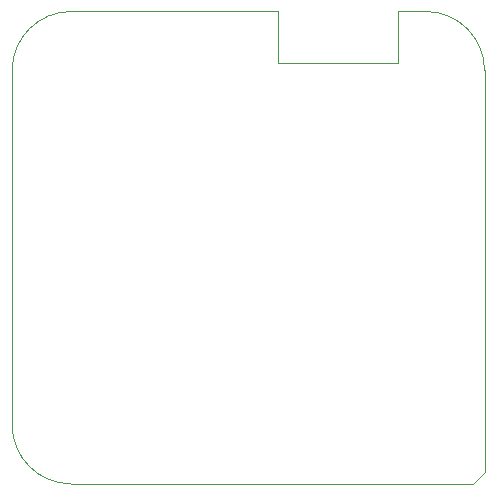
<source format=gbr>
%TF.GenerationSoftware,KiCad,Pcbnew,(6.0.0)*%
%TF.CreationDate,2022-01-21T19:42:06+01:00*%
%TF.ProjectId,DotBot,446f7442-6f74-42e6-9b69-6361645f7063,rev?*%
%TF.SameCoordinates,Original*%
%TF.FileFunction,Profile,NP*%
%FSLAX46Y46*%
G04 Gerber Fmt 4.6, Leading zero omitted, Abs format (unit mm)*
G04 Created by KiCad (PCBNEW (6.0.0)) date 2022-01-21 19:42:06*
%MOMM*%
%LPD*%
G01*
G04 APERTURE LIST*
%TA.AperFunction,Profile*%
%ADD10C,0.050000*%
%TD*%
G04 APERTURE END LIST*
D10*
X115000000Y-47000000D02*
X115000000Y-81000000D01*
X75000000Y-77000000D02*
X75000000Y-47000000D01*
X75000000Y-77000000D02*
G75*
G03*
X80000000Y-82000000I5000000J0D01*
G01*
X114000000Y-82000000D02*
X80000000Y-82000000D01*
X115000000Y-81000000D02*
X114000000Y-82000000D01*
X107700000Y-42000000D02*
X110000000Y-42000000D01*
X97500000Y-46350000D02*
X107700000Y-46350000D01*
X97500000Y-42000000D02*
X97500000Y-46350000D01*
X107700000Y-46350000D02*
X107700000Y-42000000D01*
X80000000Y-42000000D02*
G75*
G03*
X75000000Y-47000000I0J-5000000D01*
G01*
X115000000Y-47000000D02*
G75*
G03*
X110000000Y-42000000I-5000000J0D01*
G01*
X80000000Y-42000000D02*
X97500000Y-42000000D01*
M02*

</source>
